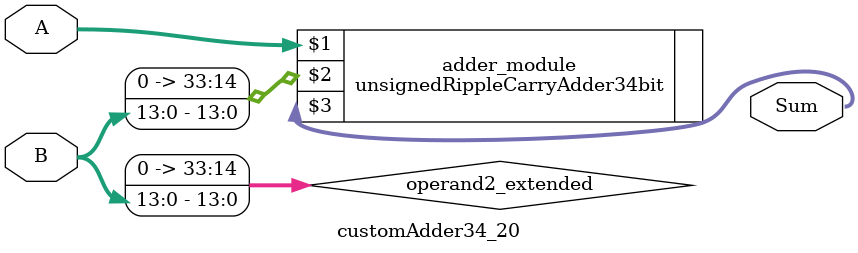
<source format=v>
module customAdder34_20(
                        input [33 : 0] A,
                        input [13 : 0] B,
                        
                        output [34 : 0] Sum
                );

        wire [33 : 0] operand2_extended;
        
        assign operand2_extended =  {20'b0, B};
        
        unsignedRippleCarryAdder34bit adder_module(
            A,
            operand2_extended,
            Sum
        );
        
        endmodule
        
</source>
